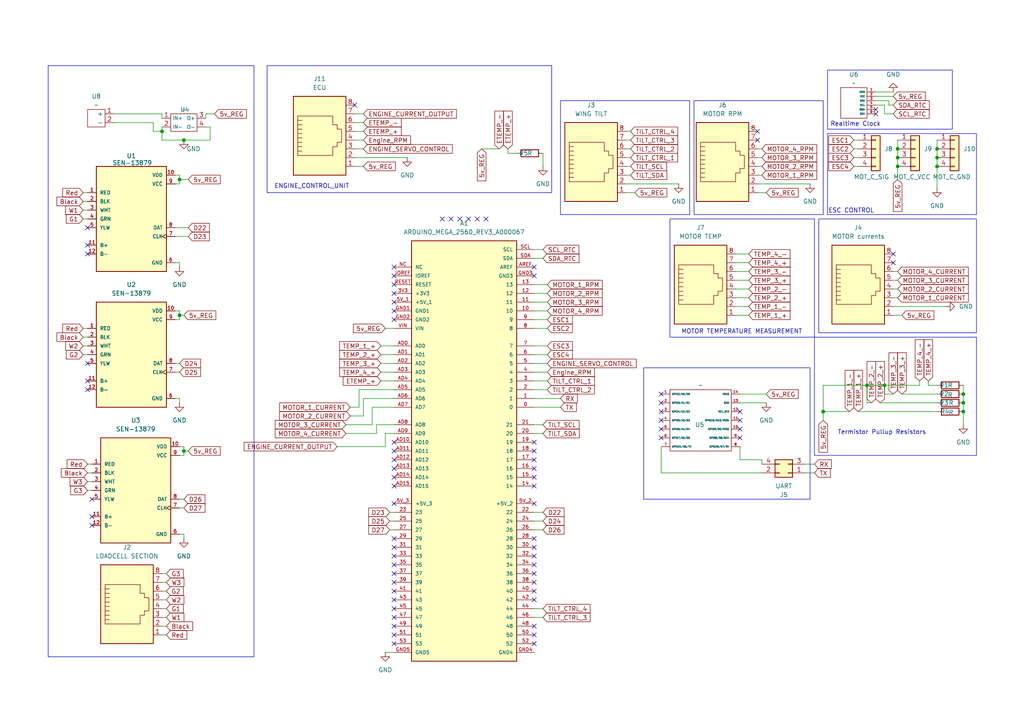
<source format=kicad_sch>
(kicad_sch (version 20250114) (generator "eeschema") (generator_version "9.0")
  (paper "A4")
  (lib_symbols
    (symbol "ARDUINO_MEGA_2560_REV3_A000067:ARDUINO_MEGA_2560_REV3_A000067" (pin_names (offset 1.016))
      (property "Reference" "A" (at -15.24 61.595 0))
      (property "Value" "ARDUINO_MEGA_2560_REV3_A000067" (at -15.24 -63.5 0))
      (symbol "ARDUINO_MEGA_2560_REV3_A000067_0_0"
        (pin passive line (at -20.32 53.34 0) (length 5.08) (name "NC") (number "NC"))
        (pin passive line (at -20.32 50.8 0) (length 5.08) (name "IOREF") (number "IOREF"))
        (pin passive line (at -20.32 48.26 0) (length 5.08) (name "RESET") (number "RESET"))
        (pin passive line (at -20.32 45.72 0) (length 5.08) (name "+3V3") (number "3V3"))
        (pin passive line (at -20.32 43.18 0) (length 5.08) (name "+5V_1") (number "5V_1"))
        (pin passive line (at -20.32 40.64 0) (length 5.08) (name "GND1") (number "GND1"))
        (pin passive line (at -20.32 38.1 0) (length 5.08) (name "GND2") (number "GND2"))
        (pin passive line (at -20.32 35.56 0) (length 5.08) (name "VIN") (number "VIN"))
        (pin passive line (at -20.32 30.48 0) (length 5.08) (name "AD0") (number "AD0"))
        (pin passive line (at -20.32 27.94 0) (length 5.08) (name "AD1") (number "AD1"))
        (pin passive line (at -20.32 25.4 0) (length 5.08) (name "AD2") (number "AD2"))
        (pin passive line (at -20.32 22.86 0) (length 5.08) (name "AD3") (number "AD3"))
        (pin passive line (at -20.32 20.32 0) (length 5.08) (name "AD4") (number "AD4"))
        (pin passive line (at -20.32 17.78 0) (length 5.08) (name "AD5") (number "AD5"))
        (pin passive line (at -20.32 15.24 0) (length 5.08) (name "AD6") (number "AD6"))
        (pin passive line (at -20.32 12.7 0) (length 5.08) (name "AD7") (number "AD7"))
        (pin passive line (at -20.32 7.62 0) (length 5.08) (name "AD8") (number "AD8"))
        (pin passive line (at -20.32 5.08 0) (length 5.08) (name "AD9") (number "AD9"))
        (pin passive line (at -20.32 2.54 0) (length 5.08) (name "AD10") (number "AD10"))
        (pin passive line (at -20.32 0 0) (length 5.08) (name "AD11") (number "AD11"))
        (pin passive line (at -20.32 -2.54 0) (length 5.08) (name "AD12") (number "AD12"))
        (pin passive line (at -20.32 -5.08 0) (length 5.08) (name "AD13") (number "AD13"))
        (pin passive line (at -20.32 -7.62 0) (length 5.08) (name "AD14") (number "AD14"))
        (pin passive line (at -20.32 -10.16 0) (length 5.08) (name "AD15") (number "AD15"))
        (pin passive line (at -20.32 -15.24 0) (length 5.08) (name "+5V_3") (number "5V_3"))
        (pin passive line (at -20.32 -17.78 0) (length 5.08) (name "23") (number "23"))
        (pin passive line (at -20.32 -20.32 0) (length 5.08) (name "25") (number "25"))
        (pin passive line (at -20.32 -22.86 0) (length 5.08) (name "27") (number "27"))
        (pin passive line (at -20.32 -25.4 0) (length 5.08) (name "29") (number "29"))
        (pin passive line (at -20.32 -27.94 0) (length 5.08) (name "31") (number "31"))
        (pin passive line (at -20.32 -30.48 0) (length 5.08) (name "33") (number "33"))
        (pin passive line (at -20.32 -33.02 0) (length 5.08) (name "35") (number "35"))
        (pin passive line (at -20.32 -35.56 0) (length 5.08) (name "37") (number "37"))
        (pin passive line (at -20.32 -38.1 0) (length 5.08) (name "39") (number "39"))
        (pin passive line (at -20.32 -40.64 0) (length 5.08) (name "41") (number "41"))
        (pin passive line (at -20.32 -43.18 0) (length 5.08) (name "43") (number "43"))
        (pin passive line (at -20.32 -45.72 0) (length 5.08) (name "45") (number "45"))
        (pin passive line (at -20.32 -48.26 0) (length 5.08) (name "47") (number "47"))
        (pin passive line (at -20.32 -50.8 0) (length 5.08) (name "49") (number "49"))
        (pin passive line (at -20.32 -53.34 0) (length 5.08) (name "51") (number "51"))
        (pin passive line (at -20.32 -55.88 0) (length 5.08) (name "53") (number "53"))
        (pin passive line (at -20.32 -58.42 0) (length 5.08) (name "GND5") (number "GND5"))
        (pin passive line (at 20.32 58.42 180) (length 5.08) (name "SCL") (number "SCL"))
        (pin passive line (at 20.32 55.88 180) (length 5.08) (name "SDA") (number "SDA"))
        (pin passive line (at 20.32 53.34 180) (length 5.08) (name "AREF") (number "AREF"))
        (pin passive line (at 20.32 50.8 180) (length 5.08) (name "GND3") (number "GND3"))
        (pin passive line (at 20.32 48.26 180) (length 5.08) (name "13") (number "13"))
        (pin passive line (at 20.32 45.72 180) (length 5.08) (name "12") (number "12"))
        (pin passive line (at 20.32 43.18 180) (length 5.08) (name "11") (number "11"))
        (pin passive line (at 20.32 40.64 180) (length 5.08) (name "10") (number "10"))
        (pin passive line (at 20.32 38.1 180) (length 5.08) (name "9") (number "9"))
        (pin passive line (at 20.32 35.56 180) (length 5.08) (name "8") (number "8"))
        (pin passive line (at 20.32 30.48 180) (length 5.08) (name "7") (number "7"))
        (pin passive line (at 20.32 27.94 180) (length 5.08) (name "6") (number "6"))
        (pin passive line (at 20.32 25.4 180) (length 5.08) (name "5") (number "5"))
        (pin passive line (at 20.32 22.86 180) (length 5.08) (name "4") (number "4"))
        (pin passive line (at 20.32 20.32 180) (length 5.08) (name "3") (number "3"))
        (pin passive line (at 20.32 17.78 180) (length 5.08) (name "2") (number "2"))
        (pin passive line (at 20.32 15.24 180) (length 5.08) (name "1") (number "1"))
        (pin passive line (at 20.32 12.7 180) (length 5.08) (name "0") (number "0"))
        (pin passive line (at 20.32 7.62 180) (length 5.08) (name "21") (number "21"))
        (pin passive line (at 20.32 5.08 180) (length 5.08) (name "20") (number "20"))
        (pin passive line (at 20.32 2.54 180) (length 5.08) (name "19") (number "19"))
        (pin passive line (at 20.32 0 180) (length 5.08) (name "18") (number "18"))
        (pin passive line (at 20.32 -2.54 180) (length 5.08) (name "17") (number "17"))
        (pin passive line (at 20.32 -5.08 180) (length 5.08) (name "16") (number "16"))
        (pin passive line (at 20.32 -7.62 180) (length 5.08) (name "15") (number "15"))
        (pin passive line (at 20.32 -10.16 180) (length 5.08) (name "14") (number "14"))
        (pin passive line (at 20.32 -15.24 180) (length 5.08) (name "+5V_2") (number "5V_2"))
        (pin passive line (at 20.32 -17.78 180) (length 5.08) (name "22") (number "22"))
        (pin passive line (at 20.32 -20.32 180) (length 5.08) (name "24") (number "24"))
        (pin passive line (at 20.32 -22.86 180) (length 5.08) (name "26") (number "26"))
        (pin passive line (at 20.32 -25.4 180) (length 5.08) (name "28") (number "28"))
        (pin passive line (at 20.32 -27.94 180) (length 5.08) (name "30") (number "30"))
        (pin passive line (at 20.32 -30.48 180) (length 5.08) (name "32") (number "32"))
        (pin passive line (at 20.32 -33.02 180) (length 5.08) (name "34") (number "34"))
        (pin passive line (at 20.32 -35.56 180) (length 5.08) (name "36") (number "36"))
        (pin passive line (at 20.32 -38.1 180) (length 5.08) (name "38") (number "38"))
        (pin passive line (at 20.32 -40.64 180) (length 5.08) (name "40") (number "40"))
        (pin passive line (at 20.32 -43.18 180) (length 5.08) (name "42") (number "42"))
        (pin passive line (at 20.32 -45.72 180) (length 5.08) (name "44") (number "44"))
        (pin passive line (at 20.32 -48.26 180) (length 5.08) (name "46") (number "46"))
        (pin passive line (at 20.32 -50.8 180) (length 5.08) (name "48") (number "48"))
        (pin passive line (at 20.32 -53.34 180) (length 5.08) (name "50") (number "50"))
        (pin passive line (at 20.32 -55.88 180) (length 5.08) (name "52") (number "52"))
        (pin passive line (at 20.32 -58.42 180) (length 5.08) (name "GND4") (number "GND4"))
      )
    )
    (symbol "Connector:RJ45" (pin_names (offset 1.016))
      (property "Reference" "J" (at -5.08 13.97 0))
      (property "Value" "RJ45" (at 2.54 13.97 0))
      (symbol "RJ45_1_1"
        (pin passive line (at 10.16 10.16 180) (length 2.54) (name "~") (number "8"))
        (pin passive line (at 10.16 7.62 180) (length 2.54) (name "~") (number "7"))
        (pin passive line (at 10.16 5.08 180) (length 2.54) (name "~") (number "6"))
        (pin passive line (at 10.16 2.54 180) (length 2.54) (name "~") (number "5"))
        (pin passive line (at 10.16 0 180) (length 2.54) (name "~") (number "4"))
        (pin passive line (at 10.16 -2.54 180) (length 2.54) (name "~") (number "3"))
        (pin passive line (at 10.16 -5.08 180) (length 2.54) (name "~") (number "2"))
        (pin passive line (at 10.16 -7.62 180) (length 2.54) (name "~") (number "1"))
      )
    )
    (symbol "Connector_Generic:Conn_01x04" (pin_names (offset 1.016) (hide yes))
      (property "Reference" "J" (at 0 5.08 0))
      (property "Value" "Conn_01x04" (at 0 -7.62 0))
      (symbol "Conn_01x04_1_1"
        (pin passive line (at -5.08 2.54 0) (length 3.81) (name "Pin_1") (number "1"))
        (pin passive line (at -5.08 0 0) (length 3.81) (name "Pin_2") (number "2"))
        (pin passive line (at -5.08 -2.54 0) (length 3.81) (name "Pin_3") (number "3"))
        (pin passive line (at -5.08 -5.08 0) (length 3.81) (name "Pin_4") (number "4"))
      )
    )
    (symbol "Connector_Generic:Conn_02x02_Odd_Even" (pin_names (offset 1.016) (hide yes))
      (property "Reference" "J" (at 1.27 2.54 0))
      (property "Value" "Conn_02x02_Odd_Even" (at 1.27 -5.08 0))
      (symbol "Conn_02x02_Odd_Even_1_1"
        (pin passive line (at -5.08 0 0) (length 3.81) (name "Pin_1") (number "1"))
        (pin passive line (at -5.08 -2.54 0) (length 3.81) (name "Pin_3") (number "3"))
        (pin passive line (at 7.62 0 180) (length 3.81) (name "Pin_2") (number "2"))
        (pin passive line (at 7.62 -2.54 180) (length 3.81) (name "Pin_4") (number "4"))
      )
    )
    (symbol "Device:R" (pin_numbers (hide yes)) (pin_names (offset 0))
      (property "Reference" "R" (at 2.032 0 90))
      (property "Value" "R" (at 0 0 90))
      (symbol "R_1_1"
        (pin passive line (at 0 3.81 270) (length 1.27) (name "~") (number "1"))
        (pin passive line (at 0 -3.81 90) (length 1.27) (name "~") (number "2"))
      )
    )
    (symbol "SEN-13879:SEN-13879" (pin_names (offset 1.016))
      (property "Reference" "U" (at -10.172 15.8938 0))
      (property "Value" "SEN-13879" (at -10.1639 -17.7868 0))
      (symbol "SEN-13879_0_0"
        (pin bidirectional line (at -12.7 7.62 0) (length 2.54) (name "RED") (number "1"))
        (pin bidirectional line (at -12.7 5.08 0) (length 2.54) (name "BLK") (number "2"))
        (pin input line (at -12.7 2.54 0) (length 2.54) (name "WHT") (number "3"))
        (pin input line (at -12.7 0 0) (length 2.54) (name "GRN") (number "4"))
        (pin bidirectional line (at -12.7 -2.54 0) (length 2.54) (name "YLW") (number "5"))
        (pin input line (at -12.7 -7.62 0) (length 2.54) (name "B+") (number "11"))
        (pin input line (at -12.7 -10.16 0) (length 2.54) (name "B-") (number "12"))
        (pin power_in line (at 12.7 12.7 180) (length 2.54) (name "VDD") (number "10"))
        (pin power_in line (at 12.7 10.16 180) (length 2.54) (name "VCC") (number "9"))
        (pin output line (at 12.7 -2.54 180) (length 2.54) (name "DAT") (number "8"))
        (pin input clock (at 12.7 -5.08 180) (length 2.54) (name "CLK") (number "7"))
        (pin power_in line (at 12.7 -12.7 180) (length 2.54) (name "GND") (number "6"))
      )
    )
    (symbol "iot_board:REAL_TIME_CLOCK"
      (property "Reference" "U" (at 0 0 0))
      (symbol "REAL_TIME_CLOCK_1_1"
        (pin input line (at 6.35 2.54 180) (length 2.54) (name "GND") (number "1"))
        (pin input line (at 6.35 1.27 180) (length 2.54) (name "VCC") (number "2"))
        (pin input line (at 6.35 0 180) (length 2.54) (name "SDA") (number "3"))
        (pin input line (at 6.35 -1.27 180) (length 2.54) (name "SCL") (number "4"))
        (pin input line (at 6.35 -2.54 180) (length 2.54) (name "SQW") (number "5"))
        (pin input line (at 6.35 -3.81 180) (length 2.54) (name "32K") (number "6"))
      )
    )
    (symbol "iot_board:XIAO-ESP32-C3-DIP"
      (property "Reference" "U" (at 0 0 0))
      (symbol "XIAO-ESP32-C3-DIP_1_1"
        (pin input line (at -11.43 8.89 0) (length 2.54) (name "GPIO2/A0/D0") (number "1"))
        (pin input line (at -11.43 6.35 0) (length 2.54) (name "GPIO3/A1/D1") (number "2"))
        (pin input line (at -11.43 3.81 0) (length 2.54) (name "GPIO4/A2/D2") (number "3"))
        (pin input line (at -11.43 1.27 0) (length 2.54) (name "GPIO5/A3/D3") (number "4"))
        (pin input line (at -11.43 -1.27 0) (length 2.54) (name "GPIO6/A4/D4") (number "5"))
        (pin input line (at -11.43 -3.81 0) (length 2.54) (name "GPIO7/A5/D5") (number "6"))
        (pin input line (at -11.43 -6.35 0) (length 2.54) (name "GPIO21/D6/TX") (number "7"))
        (pin input line (at 11.43 8.89 180) (length 2.54) (name "VBUS") (number "14"))
        (pin input line (at 11.43 6.35 180) (length 2.54) (name "GND") (number "13"))
        (pin input line (at 11.43 3.81 180) (length 2.54) (name "VCC_3V3") (number "12"))
        (pin input line (at 11.43 1.27 180) (length 2.54) (name "GPIO10/D10/MOSI") (number "11"))
        (pin input line (at 11.43 -1.27 180) (length 2.54) (name "GPIO9/D9/MISO") (number "10"))
        (pin input line (at 11.43 -3.81 180) (length 2.54) (name "GPIO8/D8/SCK") (number "9"))
        (pin input line (at 11.43 -6.35 180) (length 2.54) (name "GPIO20/D7/RX") (number "8"))
      )
    )
    (symbol "iot_board:XT60_PW-M"
      (property "Reference" "U" (at 0 0 0))
      (symbol "XT60_PW-M_1_1"
        (pin input line (at 5.08 1.27 180) (length 2.54) (name "+") (number "1"))
        (pin input line (at 5.08 -1.27 180) (length 2.54) (name "-") (number "2"))
      )
    )
    (symbol "iot_board:mini360"
      (property "Reference" "U" (at 0 0 0))
      (symbol "mini360_1_1"
        (pin input line (at -6.35 1.27 0) (length 2.54) (name "IN+") (number "1"))
        (pin input line (at -6.35 -1.27 0) (length 2.54) (name "IN-") (number "2"))
        (pin input line (at 6.35 1.27 180) (length 2.54) (name "O+") (number "3"))
        (pin input line (at 6.35 -1.27 180) (length 2.54) (name "O-") (number "4"))
      )
    )
    (symbol "power:GND" (power) (pin_numbers (hide yes)) (pin_names (offset 0) (hide yes))
      (property "Value" "GND" (at 0 -3.81 0))
      (symbol "GND_1_1"
        (pin power_in line (at 0 0 270) (length 0) (name "~") (number "1"))
      )
    )
  )
  (rectangle (start 237.49 63.5) (end 283.21 96.52))
  (rectangle (start 77.47 19.05) (end 160.02 55.88))
  (rectangle (start 186.69 106.68) (end 234.95 144.78))
  (rectangle (start 240.03 38.735) (end 283.21 62.23))
  (rectangle (start 236.22 97.79) (end 283.21 132.08))
  (rectangle (start 240.03 20.32) (end 276.225 37.465))
  (rectangle (start 13.97 19.05) (end 73.66 190.5))
  (rectangle (start 201.295 29.21) (end 238.76 62.23))
  (rectangle (start 162.56 29.21) (end 200.025 62.23))
  (rectangle (start 194.31 63.5) (end 236.22 97.79))
  (text "Termistor Pullup Resistors\n" (at 255.778 125.476 0) (effects (font (size 1.27 1.27))))
  (text "ENGINE_CONTROL_UNIT\n" (at 90.424 54.102 0) (effects (font (size 1.27 1.27))))
  (text "Realtime Clock\n" (at 248.158 36.068 0) (effects (font (size 1.27 1.27))))
  (text "MOTOR TEMPERATURE MEASUREMENT\n\n" (at 215.138 97.282 0) (effects (font (size 1.27 1.27))))
  (text "ESC CONTROL\n" (at 246.888 61.214 0) (effects (font (size 1.27 1.27))))
  (junction (at 279.4 114.3))
  (junction (at 260.35 43.18))
  (junction (at 46.99 38.1))
  (junction (at 251.46 111.76))
  (junction (at 279.4 116.84))
  (junction (at 271.78 48.26))
  (junction (at 271.78 45.72))
  (junction (at 271.78 43.18))
  (junction (at 260.35 48.26))
  (junction (at 279.4 119.38))
  (junction (at 52.07 52.07))
  (junction (at 260.35 45.72))
  (junction (at 256.54 111.76))
  (junction (at 238.76 119.38))
  (junction (at 53.34 130.81))
  (junction (at 53.34 40.64))
  (junction (at 52.07 91.44))
  (no_connect (at 154.94 138.43))
  (no_connect (at 114.3 140.97))
  (no_connect (at 114.3 85.09))
  (no_connect (at 135.89 63.5))
  (no_connect (at 154.94 181.61))
  (no_connect (at 191.77 124.46))
  (no_connect (at 25.4 110.49))
  (no_connect (at 191.77 127))
  (no_connect (at 154.94 128.27))
  (no_connect (at 154.94 130.81))
  (no_connect (at 254 33.02))
  (no_connect (at 191.77 119.38))
  (no_connect (at 114.3 146.05))
  (no_connect (at 114.3 133.35))
  (no_connect (at 114.3 186.69))
  (no_connect (at 214.63 121.92))
  (no_connect (at 259.08 73.66))
  (no_connect (at 154.94 158.75))
  (no_connect (at 154.94 186.69))
  (no_connect (at 25.4 71.12))
  (no_connect (at 154.94 80.01))
  (no_connect (at 219.71 40.64))
  (no_connect (at 25.4 73.66))
  (no_connect (at 114.3 171.45))
  (no_connect (at 25.4 66.04))
  (no_connect (at 114.3 138.43))
  (no_connect (at 26.67 144.78))
  (no_connect (at 114.3 156.21))
  (no_connect (at 133.35 63.5))
  (no_connect (at 102.87 30.48))
  (no_connect (at 154.94 166.37))
  (no_connect (at 154.94 135.89))
  (no_connect (at 114.3 80.01))
  (no_connect (at 154.94 146.05))
  (no_connect (at 214.63 119.38))
  (no_connect (at 214.63 124.46))
  (no_connect (at 254 31.75))
  (no_connect (at 154.94 77.47))
  (no_connect (at 259.08 76.2))
  (no_connect (at 154.94 140.97))
  (no_connect (at 140.97 63.5))
  (no_connect (at 26.67 149.86))
  (no_connect (at 114.3 158.75))
  (no_connect (at 114.3 92.71))
  (no_connect (at 114.3 166.37))
  (no_connect (at 25.4 113.03))
  (no_connect (at 154.94 161.29))
  (no_connect (at 154.94 163.83))
  (no_connect (at 154.94 184.15))
  (no_connect (at 154.94 133.35))
  (no_connect (at 154.94 173.99))
  (no_connect (at 154.94 168.91))
  (no_connect (at 25.4 105.41))
  (no_connect (at 191.77 121.92))
  (no_connect (at 114.3 135.89))
  (no_connect (at 114.3 77.47))
  (no_connect (at 114.3 130.81))
  (no_connect (at 191.77 116.84))
  (no_connect (at 214.63 127))
  (no_connect (at 114.3 176.53))
  (no_connect (at 114.3 90.17))
  (no_connect (at 154.94 171.45))
  (no_connect (at 114.3 173.99))
  (no_connect (at 138.43 63.5))
  (no_connect (at 219.71 38.1))
  (no_connect (at 114.3 128.27))
  (no_connect (at 114.3 82.55))
  (no_connect (at 114.3 179.07))
  (no_connect (at 130.81 63.5))
  (no_connect (at 114.3 163.83))
  (no_connect (at 128.27 63.5))
  (no_connect (at 114.3 87.63))
  (no_connect (at 114.3 181.61))
  (no_connect (at 114.3 161.29))
  (no_connect (at 114.3 168.91))
  (no_connect (at 114.3 184.15))
  (no_connect (at 154.94 156.21))
  (no_connect (at 26.67 152.4))
  (no_connect (at 191.77 114.3))
  (wire (pts (xy 181.61 53.34) (xy 196.85 53.34)))
  (wire (pts (xy 157.48 123.19) (xy 154.94 123.19)))
  (wire (pts (xy 158.75 82.55) (xy 154.94 82.55)))
  (wire (pts (xy 219.71 50.8) (xy 220.98 50.8)))
  (wire (pts (xy 113.03 151.13) (xy 114.3 151.13)))
  (wire (pts (xy 109.22 125.73) (xy 109.22 123.19)))
  (wire (pts (xy 247.65 40.64) (xy 248.92 40.64)))
  (wire (pts (xy 52.07 52.07) (xy 54.61 52.07)))
  (wire (pts (xy 181.61 55.88) (xy 184.15 55.88)))
  (wire (pts (xy 238.76 119.38) (xy 246.38 119.38)))
  (wire (pts (xy 53.34 130.81) (xy 54.61 130.81)))
  (wire (pts (xy 147.32 43.18) (xy 147.32 44.45)))
  (wire (pts (xy 181.61 38.1) (xy 182.88 38.1)))
  (wire (pts (xy 252.73 116.84) (xy 251.46 116.84)))
  (wire (pts (xy 259.08 30.48) (xy 257.81 30.48)))
  (wire (pts (xy 59.69 33.02) (xy 62.23 33.02)))
  (wire (pts (xy 157.48 125.73) (xy 154.94 125.73)))
  (wire (pts (xy 52.07 147.32) (xy 53.34 147.32)))
  (wire (pts (xy 260.35 40.64) (xy 260.35 43.18)))
  (wire (pts (xy 266.7 111.76) (xy 256.54 111.76)))
  (wire (pts (xy 256.54 114.3) (xy 256.54 111.76)))
  (wire (pts (xy 24.13 97.79) (xy 25.4 97.79)))
  (wire (pts (xy 219.71 53.34) (xy 234.95 53.34)))
  (wire (pts (xy 213.36 83.82) (xy 217.17 83.82)))
  (wire (pts (xy 259.08 91.44) (xy 261.62 91.44)))
  (wire (pts (xy 52.07 90.17) (xy 52.07 91.44)))
  (wire (pts (xy 52.07 52.07) (xy 52.07 50.8)))
  (wire (pts (xy 48.26 184.15) (xy 46.99 184.15)))
  (wire (pts (xy 158.75 102.87) (xy 154.94 102.87)))
  (wire (pts (xy 59.69 36.83) (xy 60.96 36.83)))
  (wire (pts (xy 50.8 115.57) (xy 52.07 115.57)))
  (wire (pts (xy 113.03 148.59) (xy 114.3 148.59)))
  (wire (pts (xy 33.02 33.02) (xy 46.99 33.02)))
  (wire (pts (xy 191.77 137.16) (xy 220.98 137.16)))
  (wire (pts (xy 46.99 33.02) (xy 46.99 34.29)))
  (wire (pts (xy 157.48 153.67) (xy 154.94 153.67)))
  (wire (pts (xy 48.26 176.53) (xy 46.99 176.53)))
  (wire (pts (xy 50.8 105.41) (xy 52.07 105.41)))
  (wire (pts (xy 247.65 48.26) (xy 248.92 48.26)))
  (wire (pts (xy 181.61 43.18) (xy 182.88 43.18)))
  (wire (pts (xy 97.79 129.54) (xy 111.76 129.54)))
  (wire (pts (xy 107.95 118.11) (xy 114.3 118.11)))
  (wire (pts (xy 107.95 123.19) (xy 107.95 118.11)))
  (wire (pts (xy 24.13 55.88) (xy 25.4 55.88)))
  (wire (pts (xy 111.76 125.73) (xy 114.3 125.73)))
  (wire (pts (xy 259.08 83.82) (xy 260.35 83.82)))
  (wire (pts (xy 238.76 119.38) (xy 238.76 121.92)))
  (wire (pts (xy 260.35 48.26) (xy 260.35 52.07)))
  (wire (pts (xy 158.75 95.25) (xy 154.94 95.25)))
  (wire (pts (xy 214.63 133.35) (xy 220.98 133.35)))
  (wire (pts (xy 157.48 151.13) (xy 154.94 151.13)))
  (wire (pts (xy 48.26 171.45) (xy 46.99 171.45)))
  (wire (pts (xy 104.14 118.11) (xy 104.14 113.03)))
  (wire (pts (xy 24.13 58.42) (xy 25.4 58.42)))
  (wire (pts (xy 259.08 33.02) (xy 256.54 33.02)))
  (wire (pts (xy 105.41 115.57) (xy 114.3 115.57)))
  (wire (pts (xy 46.99 38.1) (xy 46.99 40.64)))
  (wire (pts (xy 157.48 74.93) (xy 154.94 74.93)))
  (wire (pts (xy 24.13 60.96) (xy 25.4 60.96)))
  (wire (pts (xy 269.24 110.49) (xy 269.24 111.76)))
  (wire (pts (xy 44.45 35.56) (xy 44.45 38.1)))
  (wire (pts (xy 247.65 45.72) (xy 248.92 45.72)))
  (wire (pts (xy 251.46 111.76) (xy 238.76 111.76)))
  (wire (pts (xy 260.35 45.72) (xy 260.35 48.26)))
  (wire (pts (xy 102.87 33.02) (xy 105.41 33.02)))
  (wire (pts (xy 279.4 116.84) (xy 279.4 119.38)))
  (wire (pts (xy 214.63 133.35) (xy 214.63 129.54)))
  (wire (pts (xy 105.41 120.65) (xy 105.41 115.57)))
  (wire (pts (xy 100.33 123.19) (xy 107.95 123.19)))
  (wire (pts (xy 154.94 148.59) (xy 157.48 148.59)))
  (wire (pts (xy 219.71 48.26) (xy 220.98 48.26)))
  (wire (pts (xy 214.63 116.84) (xy 222.25 116.84)))
  (wire (pts (xy 158.75 110.49) (xy 154.94 110.49)))
  (wire (pts (xy 101.6 118.11) (xy 104.14 118.11)))
  (wire (pts (xy 147.32 44.45) (xy 149.86 44.45)))
  (wire (pts (xy 181.61 40.64) (xy 182.88 40.64)))
  (wire (pts (xy 113.03 153.67) (xy 114.3 153.67)))
  (wire (pts (xy 48.26 168.91) (xy 46.99 168.91)))
  (wire (pts (xy 271.78 45.72) (xy 271.78 48.26)))
  (wire (pts (xy 60.96 36.83) (xy 60.96 40.64)))
  (wire (pts (xy 52.07 154.94) (xy 53.34 154.94)))
  (wire (pts (xy 213.36 91.44) (xy 217.17 91.44)))
  (wire (pts (xy 158.75 92.71) (xy 154.94 92.71)))
  (wire (pts (xy 279.4 119.38) (xy 279.4 123.19)))
  (wire (pts (xy 261.62 114.3) (xy 271.78 114.3)))
  (wire (pts (xy 52.07 115.57) (xy 52.07 116.84)))
  (wire (pts (xy 238.76 111.76) (xy 238.76 119.38)))
  (wire (pts (xy 236.22 134.62) (xy 233.68 134.62)))
  (wire (pts (xy 102.87 35.56) (xy 105.41 35.56)))
  (wire (pts (xy 25.4 142.24) (xy 26.67 142.24)))
  (wire (pts (xy 181.61 50.8) (xy 182.88 50.8)))
  (wire (pts (xy 251.46 111.76) (xy 251.46 116.84)))
  (wire (pts (xy 213.36 81.28) (xy 217.17 81.28)))
  (wire (pts (xy 271.78 48.26) (xy 271.78 54.61)))
  (wire (pts (xy 53.34 132.08) (xy 52.07 132.08)))
  (wire (pts (xy 102.87 38.1) (xy 105.41 38.1)))
  (wire (pts (xy 52.07 53.34) (xy 52.07 52.07)))
  (wire (pts (xy 154.94 179.07) (xy 157.48 179.07)))
  (wire (pts (xy 53.34 130.81) (xy 53.34 132.08)))
  (wire (pts (xy 279.4 114.3) (xy 279.4 116.84)))
  (wire (pts (xy 214.63 114.3) (xy 222.25 114.3)))
  (wire (pts (xy 33.02 35.56) (xy 44.45 35.56)))
  (wire (pts (xy 110.49 105.41) (xy 114.3 105.41)))
  (wire (pts (xy 260.35 43.18) (xy 260.35 45.72)))
  (wire (pts (xy 213.36 76.2) (xy 217.17 76.2)))
  (wire (pts (xy 158.75 105.41) (xy 154.94 105.41)))
  (wire (pts (xy 247.65 43.18) (xy 248.92 43.18)))
  (wire (pts (xy 48.26 179.07) (xy 46.99 179.07)))
  (wire (pts (xy 259.08 88.9) (xy 274.32 88.9)))
  (wire (pts (xy 158.75 107.95) (xy 154.94 107.95)))
  (wire (pts (xy 46.99 40.64) (xy 53.34 40.64)))
  (wire (pts (xy 102.87 40.64) (xy 105.41 40.64)))
  (wire (pts (xy 53.34 129.54) (xy 52.07 129.54)))
  (wire (pts (xy 236.22 137.16) (xy 233.68 137.16)))
  (wire (pts (xy 219.71 55.88) (xy 222.25 55.88)))
  (wire (pts (xy 256.54 111.76) (xy 251.46 111.76)))
  (wire (pts (xy 110.49 110.49) (xy 114.3 110.49)))
  (wire (pts (xy 101.6 120.65) (xy 105.41 120.65)))
  (wire (pts (xy 52.07 90.17) (xy 50.8 90.17)))
  (wire (pts (xy 24.13 100.33) (xy 25.4 100.33)))
  (wire (pts (xy 219.71 43.18) (xy 220.98 43.18)))
  (wire (pts (xy 102.87 48.26) (xy 105.41 48.26)))
  (wire (pts (xy 269.24 111.76) (xy 271.78 111.76)))
  (wire (pts (xy 111.76 129.54) (xy 111.76 125.73)))
  (wire (pts (xy 271.78 40.64) (xy 271.78 43.18)))
  (wire (pts (xy 157.48 72.39) (xy 154.94 72.39)))
  (wire (pts (xy 52.07 50.8) (xy 50.8 50.8)))
  (wire (pts (xy 220.98 133.35) (xy 220.98 134.62)))
  (wire (pts (xy 254 27.94) (xy 259.08 27.94)))
  (wire (pts (xy 53.34 129.54) (xy 53.34 130.81)))
  (wire (pts (xy 100.33 125.73) (xy 109.22 125.73)))
  (wire (pts (xy 181.61 48.26) (xy 182.88 48.26)))
  (wire (pts (xy 259.08 81.28) (xy 260.35 81.28)))
  (wire (pts (xy 158.75 85.09) (xy 154.94 85.09)))
  (wire (pts (xy 111.76 95.25) (xy 114.3 95.25)))
  (wire (pts (xy 154.94 176.53) (xy 157.48 176.53)))
  (wire (pts (xy 271.78 43.18) (xy 271.78 45.72)))
  (wire (pts (xy 52.07 91.44) (xy 53.34 91.44)))
  (wire (pts (xy 110.49 102.87) (xy 114.3 102.87)))
  (wire (pts (xy 50.8 76.2) (xy 52.07 76.2)))
  (wire (pts (xy 50.8 53.34) (xy 52.07 53.34)))
  (wire (pts (xy 46.99 36.83) (xy 46.99 38.1)))
  (wire (pts (xy 110.49 107.95) (xy 114.3 107.95)))
  (wire (pts (xy 102.87 43.18) (xy 105.41 43.18)))
  (wire (pts (xy 104.14 113.03) (xy 114.3 113.03)))
  (wire (pts (xy 158.75 87.63) (xy 154.94 87.63)))
  (wire (pts (xy 279.4 111.76) (xy 279.4 114.3)))
  (wire (pts (xy 24.13 63.5) (xy 25.4 63.5)))
  (wire (pts (xy 213.36 86.36) (xy 217.17 86.36)))
  (wire (pts (xy 109.22 123.19) (xy 114.3 123.19)))
  (wire (pts (xy 102.87 45.72) (xy 118.11 45.72)))
  (wire (pts (xy 50.8 66.04) (xy 54.61 66.04)))
  (wire (pts (xy 44.45 38.1) (xy 46.99 38.1)))
  (wire (pts (xy 60.96 40.64) (xy 53.34 40.64)))
  (wire (pts (xy 266.7 110.49) (xy 266.7 111.76)))
  (wire (pts (xy 259.08 86.36) (xy 260.35 86.36)))
  (wire (pts (xy 25.4 139.7) (xy 26.67 139.7)))
  (wire (pts (xy 24.13 102.87) (xy 25.4 102.87)))
  (wire (pts (xy 257.81 29.21) (xy 254 29.21)))
  (wire (pts (xy 255.27 116.84) (xy 271.78 116.84)))
  (wire (pts (xy 52.07 92.71) (xy 50.8 92.71)))
  (wire (pts (xy 25.4 137.16) (xy 26.67 137.16)))
  (wire (pts (xy 256.54 30.48) (xy 254 30.48)))
  (wire (pts (xy 48.26 173.99) (xy 46.99 173.99)))
  (wire (pts (xy 259.08 114.3) (xy 256.54 114.3)))
  (wire (pts (xy 59.69 33.02) (xy 59.69 34.29)))
  (wire (pts (xy 52.07 144.78) (xy 53.34 144.78)))
  (wire (pts (xy 219.71 45.72) (xy 220.98 45.72)))
  (wire (pts (xy 181.61 45.72) (xy 182.88 45.72)))
  (wire (pts (xy 154.94 118.11) (xy 162.56 118.11)))
  (wire (pts (xy 111.76 189.23) (xy 114.3 189.23)))
  (wire (pts (xy 158.75 113.03) (xy 154.94 113.03)))
  (wire (pts (xy 256.54 33.02) (xy 256.54 30.48)))
  (wire (pts (xy 248.92 119.38) (xy 271.78 119.38)))
  (wire (pts (xy 52.07 91.44) (xy 52.07 92.71)))
  (wire (pts (xy 158.75 90.17) (xy 154.94 90.17)))
  (wire (pts (xy 259.08 78.74) (xy 260.35 78.74)))
  (wire (pts (xy 48.26 181.61) (xy 46.99 181.61)))
  (wire (pts (xy 50.8 107.95) (xy 52.07 107.95)))
  (wire (pts (xy 158.75 100.33) (xy 154.94 100.33)))
  (wire (pts (xy 50.8 68.58) (xy 54.61 68.58)))
  (wire (pts (xy 213.36 73.66) (xy 217.17 73.66)))
  (wire (pts (xy 52.07 76.2) (xy 52.07 77.47)))
  (wire (pts (xy 254 26.67) (xy 259.08 26.67)))
  (wire (pts (xy 139.7 43.18) (xy 144.78 43.18)))
  (wire (pts (xy 24.13 95.25) (xy 25.4 95.25)))
  (wire (pts (xy 48.26 166.37) (xy 46.99 166.37)))
  (wire (pts (xy 25.4 134.62) (xy 26.67 134.62)))
  (wire (pts (xy 157.48 44.45) (xy 157.48 48.26)))
  (wire (pts (xy 213.36 78.74) (xy 217.17 78.74)))
  (wire (pts (xy 53.34 154.94) (xy 53.34 156.21)))
  (wire (pts (xy 110.49 100.33) (xy 114.3 100.33)))
  (wire (pts (xy 154.94 115.57) (xy 162.56 115.57)))
  (wire (pts (xy 191.77 129.54) (xy 191.77 137.16)))
  (wire (pts (xy 257.81 30.48) (xy 257.81 29.21)))
  (wire (pts (xy 213.36 88.9) (xy 217.17 88.9)))
  (global_label "TEMP_4_+" (shape input) (at 110.49 107.95 180) (property "Intersheetrefs" "${INTERSHEET_REFS}" (effects (hide yes))))
  (global_label "ESC2" (shape input) (at 247.65 43.18 180) (property "Intersheetrefs" "${INTERSHEET_REFS}" (effects (hide yes))))
  (global_label "TILT_CTRL_3" (shape input) (at 182.88 40.64 0) (property "Intersheetrefs" "${INTERSHEET_REFS}" (effects (hide yes))))
  (global_label "TEMP_1_-" (shape input) (at 246.38 119.38 90) (property "Intersheetrefs" "${INTERSHEET_REFS}" (effects (hide yes))))
  (global_label "TILT_SDA" (shape input) (at 157.48 125.73 0) (property "Intersheetrefs" "${INTERSHEET_REFS}" (effects (hide yes))))
  (global_label "TEMP_3_-" (shape input) (at 259.08 114.3 90) (property "Intersheetrefs" "${INTERSHEET_REFS}" (effects (hide yes))))
  (global_label "TEMP_4_-" (shape input) (at 217.17 73.66 0) (property "Intersheetrefs" "${INTERSHEET_REFS}" (effects (hide yes))))
  (global_label "TILT_CTRL_3" (shape input) (at 157.48 179.07 0) (property "Intersheetrefs" "${INTERSHEET_REFS}" (effects (hide yes))))
  (global_label "5v_REG" (shape input) (at 54.61 130.81 0) (property "Intersheetrefs" "${INTERSHEET_REFS}" (effects (hide yes))))
  (global_label "Red" (shape input) (at 48.26 184.15 0) (property "Intersheetrefs" "${INTERSHEET_REFS}" (effects (hide yes))))
  (global_label "ESC2" (shape input) (at 158.75 95.25 0) (property "Intersheetrefs" "${INTERSHEET_REFS}" (effects (hide yes))))
  (global_label "D22" (shape input) (at 54.61 66.04 0) (property "Intersheetrefs" "${INTERSHEET_REFS}" (effects (hide yes))))
  (global_label "TEMP_3_+" (shape input) (at 110.49 105.41 180) (property "Intersheetrefs" "${INTERSHEET_REFS}" (effects (hide yes))))
  (global_label "5v_REG" (shape input) (at 260.35 52.07 270) (property "Intersheetrefs" "${INTERSHEET_REFS}" (effects (hide yes))))
  (global_label "D25" (shape input) (at 52.07 107.95 0) (property "Intersheetrefs" "${INTERSHEET_REFS}" (effects (hide yes))))
  (global_label "W2" (shape input) (at 48.26 173.99 0) (property "Intersheetrefs" "${INTERSHEET_REFS}" (effects (hide yes))))
  (global_label "Black" (shape input) (at 24.13 58.42 180) (property "Intersheetrefs" "${INTERSHEET_REFS}" (effects (hide yes))))
  (global_label "Red" (shape input) (at 24.13 95.25 180) (property "Intersheetrefs" "${INTERSHEET_REFS}" (effects (hide yes))))
  (global_label "5v_REG" (shape input) (at 184.15 55.88 0) (property "Intersheetrefs" "${INTERSHEET_REFS}" (effects (hide yes))))
  (global_label "ESC1" (shape input) (at 247.65 40.64 180) (property "Intersheetrefs" "${INTERSHEET_REFS}" (effects (hide yes))))
  (global_label "ETEMP_-" (shape input) (at 144.78 43.18 90) (property "Intersheetrefs" "${INTERSHEET_REFS}" (effects (hide yes))))
  (global_label "5v_REG" (shape input) (at 238.76 121.92 270) (property "Intersheetrefs" "${INTERSHEET_REFS}" (effects (hide yes))))
  (global_label "TEMP_2_-" (shape input) (at 217.17 83.82 0) (property "Intersheetrefs" "${INTERSHEET_REFS}" (effects (hide yes))))
  (global_label "5v_REG" (shape input) (at 105.41 48.26 0) (property "Intersheetrefs" "${INTERSHEET_REFS}" (effects (hide yes))))
  (global_label "Red" (shape input) (at 25.4 134.62 180) (property "Intersheetrefs" "${INTERSHEET_REFS}" (effects (hide yes))))
  (global_label "TEMP_2_+" (shape input) (at 255.27 116.84 90) (property "Intersheetrefs" "${INTERSHEET_REFS}" (effects (hide yes))))
  (global_label "MOTOR_4_CURRENT" (shape input) (at 100.33 125.73 180) (property "Intersheetrefs" "${INTERSHEET_REFS}" (effects (hide yes))))
  (global_label "W1" (shape input) (at 24.13 60.96 180) (property "Intersheetrefs" "${INTERSHEET_REFS}" (effects (hide yes))))
  (global_label "Black" (shape input) (at 48.26 181.61 0) (property "Intersheetrefs" "${INTERSHEET_REFS}" (effects (hide yes))))
  (global_label "SDA_RTC" (shape input) (at 259.08 30.48 0) (property "Intersheetrefs" "${INTERSHEET_REFS}" (effects (hide yes))))
  (global_label "MOTOR_4_RPM" (shape input) (at 158.75 90.17 0) (property "Intersheetrefs" "${INTERSHEET_REFS}" (effects (hide yes))))
  (global_label "ETEMP_+" (shape input) (at 105.41 38.1 0) (property "Intersheetrefs" "${INTERSHEET_REFS}" (effects (hide yes))))
  (global_label "5v_REG" (shape input) (at 111.76 95.25 180) (property "Intersheetrefs" "${INTERSHEET_REFS}" (effects (hide yes))))
  (global_label "5v_REG" (shape input) (at 62.23 33.02 0) (property "Intersheetrefs" "${INTERSHEET_REFS}" (effects (hide yes))))
  (global_label "TX" (shape input) (at 236.22 137.16 0) (property "Intersheetrefs" "${INTERSHEET_REFS}" (effects (hide yes))))
  (global_label "TILT_CTRL_1" (shape input) (at 182.88 45.72 0) (property "Intersheetrefs" "${INTERSHEET_REFS}" (effects (hide yes))))
  (global_label "G3" (shape input) (at 25.4 142.24 180) (property "Intersheetrefs" "${INTERSHEET_REFS}" (effects (hide yes))))
  (global_label "TEMP_3_-" (shape input) (at 217.17 78.74 0) (property "Intersheetrefs" "${INTERSHEET_REFS}" (effects (hide yes))))
  (global_label "Black" (shape input) (at 24.13 97.79 180) (property "Intersheetrefs" "${INTERSHEET_REFS}" (effects (hide yes))))
  (global_label "MOTOR_1_CURRENT" (shape input) (at 260.35 86.36 0) (property "Intersheetrefs" "${INTERSHEET_REFS}" (effects (hide yes))))
  (global_label "G1" (shape input) (at 48.26 176.53 0) (property "Intersheetrefs" "${INTERSHEET_REFS}" (effects (hide yes))))
  (global_label "ESC4" (shape input) (at 247.65 48.26 180) (property "Intersheetrefs" "${INTERSHEET_REFS}" (effects (hide yes))))
  (global_label "TILT_CTRL_4" (shape input) (at 157.48 176.53 0) (property "Intersheetrefs" "${INTERSHEET_REFS}" (effects (hide yes))))
  (global_label "ENGINE_SERVO_CONTROL" (shape input) (at 105.41 43.18 0) (property "Intersheetrefs" "${INTERSHEET_REFS}" (effects (hide yes))))
  (global_label "D22" (shape input) (at 157.48 148.59 0) (property "Intersheetrefs" "${INTERSHEET_REFS}" (effects (hide yes))))
  (global_label "5v_REG" (shape input) (at 261.62 91.44 0) (property "Intersheetrefs" "${INTERSHEET_REFS}" (effects (hide yes))))
  (global_label "TEMP_2_+" (shape input) (at 217.17 86.36 0) (property "Intersheetrefs" "${INTERSHEET_REFS}" (effects (hide yes))))
  (global_label "SDA_RTC" (shape input) (at 157.48 74.93 0) (property "Intersheetrefs" "${INTERSHEET_REFS}" (effects (hide yes))))
  (global_label "ETEMP_+" (shape input) (at 110.49 110.49 180) (property "Intersheetrefs" "${INTERSHEET_REFS}" (effects (hide yes))))
  (global_label "MOTOR_1_RPM" (shape input) (at 220.98 50.8 0) (property "Intersheetrefs" "${INTERSHEET_REFS}" (effects (hide yes))))
  (global_label "ESC3" (shape input) (at 247.65 45.72 180) (property "Intersheetrefs" "${INTERSHEET_REFS}" (effects (hide yes))))
  (global_label "ESC4" (shape input) (at 158.75 102.87 0) (property "Intersheetrefs" "${INTERSHEET_REFS}" (effects (hide yes))))
  (global_label "W3" (shape input) (at 48.26 168.91 0) (property "Intersheetrefs" "${INTERSHEET_REFS}" (effects (hide yes))))
  (global_label "5v_REG" (shape input) (at 259.08 27.94 0) (property "Intersheetrefs" "${INTERSHEET_REFS}" (effects (hide yes))))
  (global_label "5v_REG" (shape input) (at 222.25 55.88 0) (property "Intersheetrefs" "${INTERSHEET_REFS}" (effects (hide yes))))
  (global_label "Red" (shape input) (at 24.13 55.88 180) (property "Intersheetrefs" "${INTERSHEET_REFS}" (effects (hide yes))))
  (global_label "TILT_SCL" (shape input) (at 182.88 48.26 0) (property "Intersheetrefs" "${INTERSHEET_REFS}" (effects (hide yes))))
  (global_label "5v_REG" (shape input) (at 139.7 43.18 270) (property "Intersheetrefs" "${INTERSHEET_REFS}" (effects (hide yes))))
  (global_label "ESC3" (shape input) (at 158.75 100.33 0) (property "Intersheetrefs" "${INTERSHEET_REFS}" (effects (hide yes))))
  (global_label "D26" (shape input) (at 53.34 144.78 0) (property "Intersheetrefs" "${INTERSHEET_REFS}" (effects (hide yes))))
  (global_label "W3" (shape input) (at 25.4 139.7 180) (property "Intersheetrefs" "${INTERSHEET_REFS}" (effects (hide yes))))
  (global_label "TILT_CTRL_4" (shape input) (at 182.88 38.1 0) (property "Intersheetrefs" "${INTERSHEET_REFS}" (effects (hide yes))))
  (global_label "W2" (shape input) (at 24.13 100.33 180) (property "Intersheetrefs" "${INTERSHEET_REFS}" (effects (hide yes))))
  (global_label "TEMP_1_+" (shape input) (at 217.17 91.44 0) (property "Intersheetrefs" "${INTERSHEET_REFS}" (effects (hide yes))))
  (global_label "Black" (shape input) (at 25.4 137.16 180) (property "Intersheetrefs" "${INTERSHEET_REFS}" (effects (hide yes))))
  (global_label "TEMP_3_+" (shape input) (at 261.62 114.3 90) (property "Intersheetrefs" "${INTERSHEET_REFS}" (effects (hide yes))))
  (global_label "MOTOR_2_RPM" (shape input) (at 158.75 85.09 0) (property "Intersheetrefs" "${INTERSHEET_REFS}" (effects (hide yes))))
  (global_label "RX" (shape input) (at 236.22 134.62 0) (property "Intersheetrefs" "${INTERSHEET_REFS}" (effects (hide yes))))
  (global_label "SCL_RTC" (shape input) (at 157.48 72.39 0) (property "Intersheetrefs" "${INTERSHEET_REFS}" (effects (hide yes))))
  (global_label "TILT_SDA" (shape input) (at 182.88 50.8 0) (property "Intersheetrefs" "${INTERSHEET_REFS}" (effects (hide yes))))
  (global_label "MOTOR_2_CURRENT" (shape input) (at 260.35 83.82 0) (property "Intersheetrefs" "${INTERSHEET_REFS}" (effects (hide yes))))
  (global_label "G3" (shape input) (at 48.26 166.37 0) (property "Intersheetrefs" "${INTERSHEET_REFS}" (effects (hide yes))))
  (global_label "5v_REG" (shape input) (at 53.34 91.44 0) (property "Intersheetrefs" "${INTERSHEET_REFS}" (effects (hide yes))))
  (global_label "ETEMP_-" (shape input) (at 105.41 35.56 0) (property "Intersheetrefs" "${INTERSHEET_REFS}" (effects (hide yes))))
  (global_label "ESC1" (shape input) (at 158.75 92.71 0) (property "Intersheetrefs" "${INTERSHEET_REFS}" (effects (hide yes))))
  (global_label "D23" (shape input) (at 113.03 148.59 180) (property "Intersheetrefs" "${INTERSHEET_REFS}" (effects (hide yes))))
  (global_label "G2" (shape input) (at 48.26 171.45 0) (property "Intersheetrefs" "${INTERSHEET_REFS}" (effects (hide yes))))
  (global_label "MOTOR_3_RPM" (shape input) (at 158.75 87.63 0) (property "Intersheetrefs" "${INTERSHEET_REFS}" (effects (hide yes))))
  (global_label "G2" (shape input) (at 24.13 102.87 180) (property "Intersheetrefs" "${INTERSHEET_REFS}" (effects (hide yes))))
  (global_label "TEMP_1_+" (shape input) (at 248.92 119.38 90) (property "Intersheetrefs" "${INTERSHEET_REFS}" (effects (hide yes))))
  (global_label "D27" (shape input) (at 53.34 147.32 0) (property "Intersheetrefs" "${INTERSHEET_REFS}" (effects (hide yes))))
  (global_label "MOTOR_4_CURRENT" (shape input) (at 260.35 78.74 0) (property "Intersheetrefs" "${INTERSHEET_REFS}" (effects (hide yes))))
  (global_label "5v_REG" (shape input) (at 222.25 114.3 0) (property "Intersheetrefs" "${INTERSHEET_REFS}" (effects (hide yes))))
  (global_label "D27" (shape input) (at 113.03 153.67 180) (property "Intersheetrefs" "${INTERSHEET_REFS}" (effects (hide yes))))
  (global_label "MOTOR_3_CURRENT" (shape input) (at 100.33 123.19 180) (property "Intersheetrefs" "${INTERSHEET_REFS}" (effects (hide yes))))
  (global_label "MOTOR_1_RPM" (shape input) (at 158.75 82.55 0) (property "Intersheetrefs" "${INTERSHEET_REFS}" (effects (hide yes))))
  (global_label "5v_REG" (shape input) (at 54.61 52.07 0) (property "Intersheetrefs" "${INTERSHEET_REFS}" (effects (hide yes))))
  (global_label "ENGINE_CURRENT_OUTPUT" (shape input) (at 97.79 129.54 180) (property "Intersheetrefs" "${INTERSHEET_REFS}" (effects (hide yes))))
  (global_label "TEMP_4_+" (shape input) (at 269.24 110.49 90) (property "Intersheetrefs" "${INTERSHEET_REFS}" (effects (hide yes))))
  (global_label "TILT_CTRL_2" (shape input) (at 158.75 113.03 0) (property "Intersheetrefs" "${INTERSHEET_REFS}" (effects (hide yes))))
  (global_label "D24" (shape input) (at 157.48 151.13 0) (property "Intersheetrefs" "${INTERSHEET_REFS}" (effects (hide yes))))
  (global_label "MOTOR_4_RPM" (shape input) (at 220.98 43.18 0) (property "Intersheetrefs" "${INTERSHEET_REFS}" (effects (hide yes))))
  (global_label "MOTOR_2_CURRENT" (shape input) (at 101.6 120.65 180) (property "Intersheetrefs" "${INTERSHEET_REFS}" (effects (hide yes))))
  (global_label "TX" (shape input) (at 162.56 118.11 0) (property "Intersheetrefs" "${INTERSHEET_REFS}" (effects (hide yes))))
  (global_label "ENGINE_SERVO_CONTROL" (shape input) (at 158.75 105.41 0) (property "Intersheetrefs" "${INTERSHEET_REFS}" (effects (hide yes))))
  (global_label "MOTOR_3_CURRENT" (shape input) (at 260.35 81.28 0) (property "Intersheetrefs" "${INTERSHEET_REFS}" (effects (hide yes))))
  (global_label "ETEMP_+" (shape input) (at 147.32 43.18 90) (property "Intersheetrefs" "${INTERSHEET_REFS}" (effects (hide yes))))
  (global_label "D25" (shape input) (at 113.03 151.13 180) (property "Intersheetrefs" "${INTERSHEET_REFS}" (effects (hide yes))))
  (global_label "TEMP_1_-" (shape input) (at 217.17 88.9 0) (property "Intersheetrefs" "${INTERSHEET_REFS}" (effects (hide yes))))
  (global_label "MOTOR_2_RPM" (shape input) (at 220.98 48.26 0) (property "Intersheetrefs" "${INTERSHEET_REFS}" (effects (hide yes))))
  (global_label "MOTOR_1_CURRENT" (shape input) (at 101.6 118.11 180) (property "Intersheetrefs" "${INTERSHEET_REFS}" (effects (hide yes))))
  (global_label "TEMP_2_+" (shape input) (at 110.49 102.87 180) (property "Intersheetrefs" "${INTERSHEET_REFS}" (effects (hide yes))))
  (global_label "MOTOR_3_RPM" (shape input) (at 220.98 45.72 0) (property "Intersheetrefs" "${INTERSHEET_REFS}" (effects (hide yes))))
  (global_label "D26" (shape input) (at 157.48 153.67 0) (property "Intersheetrefs" "${INTERSHEET_REFS}" (effects (hide yes))))
  (global_label "TEMP_2_-" (shape input) (at 252.73 116.84 90) (property "Intersheetrefs" "${INTERSHEET_REFS}" (effects (hide yes))))
  (global_label "TILT_SCL" (shape input) (at 157.48 123.19 0) (property "Intersheetrefs" "${INTERSHEET_REFS}" (effects (hide yes))))
  (global_label "ENGINE_CURRENT_OUTPUT" (shape input) (at 105.41 33.02 0) (property "Intersheetrefs" "${INTERSHEET_REFS}" (effects (hide yes))))
  (global_label "TEMP_1_+" (shape input) (at 110.49 100.33 180) (property "Intersheetrefs" "${INTERSHEET_REFS}" (effects (hide yes))))
  (global_label "RX" (shape input) (at 162.56 115.57 0) (property "Intersheetrefs" "${INTERSHEET_REFS}" (effects (hide yes))))
  (global_label "TILT_CTRL_2" (shape input) (at 182.88 43.18 0) (property "Intersheetrefs" "${INTERSHEET_REFS}" (effects (hide yes))))
  (global_label "W1" (shape input) (at 48.26 179.07 0) (property "Intersheetrefs" "${INTERSHEET_REFS}" (effects (hide yes))))
  (global_label "Engine_RPM" (shape input) (at 158.75 107.95 0) (property "Intersheetrefs" "${INTERSHEET_REFS}" (effects (hide yes))))
  (global_label "TEMP_3_+" (shape input) (at 217.17 81.28 0) (property "Intersheetrefs" "${INTERSHEET_REFS}" (effects (hide yes))))
  (global_label "Engine_RPM" (shape input) (at 105.41 40.64 0) (property "Intersheetrefs" "${INTERSHEET_REFS}" (effects (hide yes))))
  (global_label "G1" (shape input) (at 24.13 63.5 180) (property "Intersheetrefs" "${INTERSHEET_REFS}" (effects (hide yes))))
  (global_label "TEMP_4_-" (shape input) (at 266.7 110.49 90) (property "Intersheetrefs" "${INTERSHEET_REFS}" (effects (hide yes))))
  (global_label "SCL_RTC" (shape input) (at 259.08 33.02 0) (property "Intersheetrefs" "${INTERSHEET_REFS}" (effects (hide yes))))
  (global_label "D23" (shape input) (at 54.61 68.58 0) (property "Intersheetrefs" "${INTERSHEET_REFS}" (effects (hide yes))))
  (global_label "TEMP_4_+" (shape input) (at 217.17 76.2 0) (property "Intersheetrefs" "${INTERSHEET_REFS}" (effects (hide yes))))
  (global_label "D24" (shape input) (at 52.07 105.41 0) (property "Intersheetrefs" "${INTERSHEET_REFS}" (effects (hide yes))))
  (global_label "TILT_CTRL_1" (shape input) (at 158.75 110.49 0) (property "Intersheetrefs" "${INTERSHEET_REFS}" (effects (hide yes))))
  (symbol (lib_id "power:GND") (at 118.11 45.72 0) (unit 1)
    (property "Reference" "#PWR014" (effects (hide yes)))
    (property "Value" "GND" (at 118.11 50.8 0))
    (property "Description" "Power symbol creates a global label with name \"GND\" , ground" (effects (hide yes)))
  )
  (symbol (lib_id "Connector:RJ45") (at 171.45 48.26 0) (unit 1)
    (property "Reference" "J3" (at 171.45 30.48 0))
    (property "Value" "WING TILT" (at 171.45 33.02 0))
    (property "Footprint" "Connector_RJ:RJ45_Amphenol_54602-x08_Horizontal" (effects (hide yes)))
    (property "Description" "RJ connector, 8P8C (8 positions 8 connected)" (effects (hide yes)))
  )
  (symbol (lib_id "Connector_Generic:Conn_01x04") (at 276.86 43.18 0) (unit 1)
    (property "Reference" "J10" (at 279.4 43.1799 0) (effects (justify left)))
    (property "Value" "MOT_C_GND" (at 270.51 51.308 0) (effects (justify left)))
    (property "Footprint" "Connector_PinHeader_2.54mm:PinHeader_1x04_P2.54mm_Vertical" (effects (hide yes)))
    (property "Description" "Generic connector, single row, 01x04, script generated (kicad-library-utils/schlib/autogen/connector/)" (effects (hide yes)))
  )
  (symbol (lib_id "power:GND") (at 222.25 116.84 0) (unit 1)
    (property "Reference" "#PWR010" (effects (hide yes)))
    (property "Value" "GND" (at 222.25 121.92 0))
    (property "Description" "Power symbol creates a global label with name \"GND\" , ground" (effects (hide yes)))
  )
  (symbol (lib_id "Device:R") (at 153.67 44.45 90) (unit 1)
    (property "Reference" "R5" (at 151.892 44.45 90))
    (property "Value" "R" (at 153.67 44.45 90))
    (property "Footprint" "Resistor_THT:R_Axial_DIN0207_L6.3mm_D2.5mm_P7.62mm_Horizontal" (effects (hide yes)))
    (property "Description" "Resistor" (effects (hide yes)))
  )
  (symbol (lib_id "power:GND") (at 53.34 40.64 0) (unit 1)
    (property "Reference" "#PWR04" (effects (hide yes)))
    (property "Value" "GND" (at 56.134 43.18 0))
    (property "Description" "Power symbol creates a global label with name \"GND\" , ground" (effects (hide yes)))
  )
  (symbol (lib_id "power:GND") (at 52.07 77.47 0) (unit 1)
    (property "Reference" "#PWR01" (effects (hide yes)))
    (property "Value" "GND" (at 52.07 82.55 0))
    (property "Description" "Power symbol creates a global label with name \"GND\" , ground" (effects (hide yes)))
  )
  (symbol (lib_id "SEN-13879:SEN-13879") (at 38.1 63.5 0) (unit 1)
    (property "Reference" "U1" (at 38.1 45.212 0))
    (property "Value" "SEN-13879" (at 38.354 47.244 0))
    (property "Footprint" "SEN-13879:SPARKFUN_SEN-13879" (effects (hide yes)))
    (property "MF" "SparkFun" (effects (hide yes)))
    (property "Description_1" "External Input Sensor Amplifier -" (effects (hide yes)))
    (property "Package" "None" (effects (hide yes)))
    (property "Price" "None" (effects (hide yes)))
    (property "Check_prices" "https://www.snapeda.com/parts/SEN-13879/SparkFun/view-part/?ref=eda" (effects (hide yes)))
    (property "STANDARD" "Manufacturer Recommendations" (effects (hide yes)))
    (property "SnapEDA_Link" "https://www.snapeda.com/parts/SEN-13879/SparkFun/view-part/?ref=snap" (effects (hide yes)))
    (property "MP" "SEN-13879" (effects (hide yes)))
    (property "Availability" "In Stock" (effects (hide yes)))
    (property "MANUFACTURER" "SparkFun" (effects (hide yes)))
  )
  (symbol (lib_id "power:GND") (at 111.76 189.23 0) (unit 1)
    (property "Reference" "#PWR05" (effects (hide yes)))
    (property "Value" "GND" (at 111.76 194.31 0))
    (property "Description" "Power symbol creates a global label with name \"GND\" , ground" (effects (hide yes)))
  )
  (symbol (lib_id "iot_board:XIAO-ESP32-C3-DIP") (at 203.2 123.19 0) (unit 1)
    (property "Reference" "U5" (at 202.946 123.19 0))
    (property "Value" "~" (at 203.2 111.76 0))
    (property "Footprint" "113991054:MODULE_113991054" (effects (hide yes)))
  )
  (symbol (lib_id "Connector:RJ45") (at 36.83 176.53 0) (unit 1)
    (property "Reference" "J2" (at 36.83 158.75 0))
    (property "Value" "LOADCELL SECTION" (at 36.83 161.29 0))
    (property "Footprint" "Connector_RJ:RJ45_Amphenol_54602-x08_Horizontal" (effects (hide yes)))
    (property "Description" "RJ connector, 8P8C (8 positions 8 connected)" (effects (hide yes)))
  )
  (symbol (lib_id "iot_board:XT60_PW-M") (at 27.94 34.29 0) (unit 1)
    (property "Reference" "U8" (at 27.94 27.94 0))
    (property "Value" "~" (at 27.94 30.48 0))
    (property "Footprint" "Connector_AMASS:AMASS_XT60PW-M_1x02_P7.20mm_Horizontal" (effects (hide yes)))
  )
  (symbol (lib_id "Connector:RJ45") (at 248.92 83.82 0) (unit 1)
    (property "Reference" "J4" (at 248.92 66.04 0))
    (property "Value" "MOTOR currents" (at 248.92 68.58 0))
    (property "Footprint" "Connector_RJ:RJ45_Amphenol_54602-x08_Horizontal" (effects (hide yes)))
    (property "Description" "RJ connector, 8P8C (8 positions 8 connected)" (effects (hide yes)))
  )
  (symbol (lib_id "Connector_Generic:Conn_01x04") (at 254 43.18 0) (unit 1)
    (property "Reference" "J8" (at 256.54 43.1799 0) (effects (justify left)))
    (property "Value" "MOT_C_SIG" (at 247.65 51.308 0) (effects (justify left)))
    (property "Footprint" "Connector_PinHeader_2.54mm:PinHeader_1x04_P2.54mm_Vertical" (effects (hide yes)))
    (property "Description" "Generic connector, single row, 01x04, script generated (kicad-library-utils/schlib/autogen/connector/)" (effects (hide yes)))
  )
  (symbol (lib_id "power:GND") (at 52.07 116.84 0) (unit 1)
    (property "Reference" "#PWR02" (effects (hide yes)))
    (property "Value" "GND" (at 52.07 121.92 0))
    (property "Description" "Power symbol creates a global label with name \"GND\" , ground" (effects (hide yes)))
  )
  (symbol (lib_id "iot_board:REAL_TIME_CLOCK") (at 247.65 29.21 0) (unit 1)
    (property "Reference" "U6" (at 247.65 21.59 0))
    (property "Value" "~" (at 247.65 24.13 0))
    (property "Footprint" "iot_board:rtcModule" (effects (hide yes)))
  )
  (symbol (lib_id "power:GND") (at 53.34 156.21 0) (unit 1)
    (property "Reference" "#PWR03" (effects (hide yes)))
    (property "Value" "GND" (at 53.34 161.29 0))
    (property "Description" "Power symbol creates a global label with name \"GND\" , ground" (effects (hide yes)))
  )
  (symbol (lib_id "ARDUINO_MEGA_2560_REV3_A000067:ARDUINO_MEGA_2560_REV3_A000067") (at 134.62 130.81 0) (unit 1)
    (property "Reference" "A1" (at 134.62 64.77 0))
    (property "Value" "ARDUINO_MEGA_2560_REV3_A000067" (at 134.62 67.31 0))
    (property "Footprint" "ARDUINO_MEGA_2560_REV3_A000067 (1):ARDUINO_ARDUINO_MEGA_2560_REV3_A000067" (effects (hide yes)))
    (property "MF" "Arduino" (effects (hide yes)))
    (property "Description_1" "ATmega2560 Arduino Mega2560 AVR® ATmega AVR MCU 8-Bit Embedded Evaluation Board" (effects (hide yes)))
    (property "Package" "Non-Standard Arduino" (effects (hide yes)))
    (property "Price" "None" (effects (hide yes)))
    (property "Check_prices" "https://www.snapeda.com/parts/ARDUINO%20MEGA%202560%20REV3%20%7C%20A000067/Arduino/view-part/?ref=eda" (effects (hide yes)))
    (property "STANDARD" "Manufacturer Recommendations" (effects (hide yes)))
    (property "PARTREV" "3" (effects (hide yes)))
    (property "SnapEDA_Link" "https://www.snapeda.com/parts/ARDUINO%20MEGA%202560%20REV3%20%7C%20A000067/Arduino/view-part/?ref=snap" (effects (hide yes)))
    (property "MP" "ARDUINO MEGA 2560 REV3 | A000067" (effects (hide yes)))
    (property "MANUFACTURER" "Arduino" (effects (hide yes)))
    (property "Availability" "Not in stock" (effects (hide yes)))
    (property "SNAPEDA_PN" "ARDUINO MEGA 2560 REV3 | A000067" (effects (hide yes)))
  )
  (symbol (lib_id "Device:R") (at 275.59 116.84 90) (unit 1)
    (property "Reference" "R3" (at 273.812 116.84 90))
    (property "Value" "R" (at 275.844 116.84 90))
    (property "Footprint" "Resistor_THT:R_Axial_DIN0207_L6.3mm_D2.5mm_P7.62mm_Horizontal" (effects (hide yes)))
    (property "Description" "Resistor" (effects (hide yes)))
  )
  (symbol (lib_id "Connector:RJ45") (at 92.71 40.64 0) (unit 1)
    (property "Reference" "J11" (at 92.71 22.86 0))
    (property "Value" "ECU" (at 92.71 25.4 0))
    (property "Footprint" "Connector_RJ:RJ45_Amphenol_54602-x08_Horizontal" (effects (hide yes)))
    (property "Description" "RJ connector, 8P8C (8 positions 8 connected)" (effects (hide yes)))
  )
  (symbol (lib_id "Connector:RJ45") (at 209.55 48.26 0) (unit 1)
    (property "Reference" "J6" (at 209.55 30.48 0))
    (property "Value" "MOTOR RPM" (at 209.55 33.02 0))
    (property "Footprint" "Connector_RJ:RJ45_Amphenol_54602-x08_Horizontal" (effects (hide yes)))
    (property "Description" "RJ connector, 8P8C (8 positions 8 connected)" (effects (hide yes)))
  )
  (symbol (lib_id "Connector:RJ45") (at 203.2 83.82 0) (unit 1)
    (property "Reference" "J7" (at 203.2 66.04 0))
    (property "Value" "MOTOR TEMP" (at 203.2 68.58 0))
    (property "Footprint" "Connector_RJ:RJ45_Amphenol_54602-x08_Horizontal" (effects (hide yes)))
    (property "Description" "RJ connector, 8P8C (8 positions 8 connected)" (effects (hide yes)))
  )
  (symbol (lib_id "SEN-13879:SEN-13879") (at 38.1 102.87 0) (unit 1)
    (property "Reference" "U2" (at 38.1 82.55 0))
    (property "Value" "SEN-13879" (at 38.1 85.09 0))
    (property "Footprint" "SEN-13879:SPARKFUN_SEN-13879" (effects (hide yes)))
    (property "MF" "SparkFun" (effects (hide yes)))
    (property "Description_1" "External Input Sensor Amplifier -" (effects (hide yes)))
    (property "Package" "None" (effects (hide yes)))
    (property "Price" "None" (effects (hide yes)))
    (property "Check_prices" "https://www.snapeda.com/parts/SEN-13879/SparkFun/view-part/?ref=eda" (effects (hide yes)))
    (property "STANDARD" "Manufacturer Recommendations" (effects (hide yes)))
    (property "SnapEDA_Link" "https://www.snapeda.com/parts/SEN-13879/SparkFun/view-part/?ref=snap" (effects (hide yes)))
    (property "MP" "SEN-13879" (effects (hide yes)))
    (property "Availability" "In Stock" (effects (hide yes)))
    (property "MANUFACTURER" "SparkFun" (effects (hide yes)))
  )
  (symbol (lib_id "Device:R") (at 275.59 114.3 90) (unit 1)
    (property "Reference" "R2" (at 273.812 114.3 90))
    (property "Value" "R" (at 275.59 114.554 90))
    (property "Footprint" "Resistor_THT:R_Axial_DIN0207_L6.3mm_D2.5mm_P7.62mm_Horizontal" (effects (hide yes)))
    (property "Description" "Resistor" (effects (hide yes)))
  )
  (symbol (lib_id "power:GND") (at 234.95 53.34 0) (unit 1)
    (property "Reference" "#PWR08" (effects (hide yes)))
    (property "Value" "GND" (at 234.95 58.42 0))
    (property "Description" "Power symbol creates a global label with name \"GND\" , ground" (effects (hide yes)))
  )
  (symbol (lib_id "power:GND") (at 279.4 123.19 0) (unit 1)
    (property "Reference" "#PWR09" (effects (hide yes)))
    (property "Value" "GND" (at 279.4 128.27 0))
    (property "Description" "Power symbol creates a global label with name \"GND\" , ground" (effects (hide yes)))
  )
  (symbol (lib_id "Device:R") (at 275.59 119.38 90) (unit 1)
    (property "Reference" "R4" (at 274.066 119.38 90))
    (property "Value" "R" (at 275.844 119.634 90))
    (property "Footprint" "Resistor_THT:R_Axial_DIN0207_L6.3mm_D2.5mm_P7.62mm_Horizontal" (effects (hide yes)))
    (property "Description" "Resistor" (effects (hide yes)))
  )
  (symbol (lib_id "Connector_Generic:Conn_01x04") (at 265.43 43.18 0) (unit 1)
    (property "Reference" "J9" (at 267.97 43.1799 0) (effects (justify left)))
    (property "Value" "MOT_C_VCC" (at 259.08 51.308 0) (effects (justify left)))
    (property "Footprint" "Connector_PinHeader_2.54mm:PinHeader_1x04_P2.54mm_Vertical" (effects (hide yes)))
    (property "Description" "Generic connector, single row, 01x04, script generated (kicad-library-utils/schlib/autogen/connector/)" (effects (hide yes)))
  )
  (symbol (lib_id "SEN-13879:SEN-13879") (at 39.37 142.24 0) (unit 1)
    (property "Reference" "U3" (at 39.37 121.92 0))
    (property "Value" "SEN-13879" (at 39.37 124.46 0))
    (property "Footprint" "SEN-13879:SPARKFUN_SEN-13879" (effects (hide yes)))
    (property "MF" "SparkFun" (effects (hide yes)))
    (property "Description_1" "External Input Sensor Amplifier -" (effects (hide yes)))
    (property "Package" "None" (effects (hide yes)))
    (property "Price" "None" (effects (hide yes)))
    (property "Check_prices" "https://www.snapeda.com/parts/SEN-13879/SparkFun/view-part/?ref=eda" (effects (hide yes)))
    (property "STANDARD" "Manufacturer Recommendations" (effects (hide yes)))
    (property "SnapEDA_Link" "https://www.snapeda.com/parts/SEN-13879/SparkFun/view-part/?ref=snap" (effects (hide yes)))
    (property "MP" "SEN-13879" (effects (hide yes)))
    (property "Availability" "In Stock" (effects (hide yes)))
    (property "MANUFACTURER" "SparkFun" (effects (hide yes)))
  )
  (symbol (lib_id "Device:R") (at 275.59 111.76 90) (unit 1)
    (property "Reference" "R1" (at 273.812 111.76 90))
    (property "Value" "R" (at 275.59 111.76 90))
    (property "Footprint" "Resistor_THT:R_Axial_DIN0207_L6.3mm_D2.5mm_P7.62mm_Horizontal" (effects (hide yes)))
    (property "Description" "Resistor" (effects (hide yes)))
  )
  (symbol (lib_id "power:GND") (at 271.78 54.61 0) (unit 1)
    (property "Reference" "#PWR012" (effects (hide yes)))
    (property "Value" "GND" (at 271.78 59.69 0))
    (property "Description" "Power symbol creates a global label with name \"GND\" , ground" (effects (hide yes)))
  )
  (symbol (lib_id "power:GND") (at 274.32 88.9 90) (unit 1)
    (property "Reference" "#PWR07" (effects (hide yes)))
    (property "Value" "GND" (at 278.13 88.8999 90) (effects (justify right)))
    (property "Description" "Power symbol creates a global label with name \"GND\" , ground" (effects (hide yes)))
  )
  (symbol (lib_id "power:GND") (at 259.08 26.67 180) (unit 1)
    (property "Reference" "#PWR011" (effects (hide yes)))
    (property "Value" "GND" (at 259.08 21.59 0))
    (property "Description" "Power symbol creates a global label with name \"GND\" , ground" (effects (hide yes)))
  )
  (symbol (lib_id "Connector_Generic:Conn_02x02_Odd_Even") (at 228.6 137.16 180) (unit 1)
    (property "Reference" "J5" (at 227.33 143.51 0))
    (property "Value" "UART" (at 227.33 140.97 0))
    (property "Footprint" "Connector_PinSocket_2.54mm:PinSocket_2x02_P2.54mm_Vertical" (effects (hide yes)))
    (property "Description" "Generic connector, double row, 02x02, odd/even pin numbering scheme (row 1 odd numbers, row 2 even numbers), script generated (kicad-library-utils/schlib/autogen/connector/)" (effects (hide yes)))
  )
  (symbol (lib_id "iot_board:mini360") (at 53.34 35.56 0) (unit 1)
    (property "Reference" "U4" (at 53.594 31.75 0))
    (property "Value" "~" (at 53.34 31.75 0))
    (property "Footprint" "iot_board:Untitled" (effects (hide yes)))
  )
  (symbol (lib_id "power:GND") (at 196.85 53.34 0) (unit 1)
    (property "Reference" "#PWR06" (effects (hide yes)))
    (property "Value" "GND" (at 196.85 58.42 0))
    (property "Description" "Power symbol creates a global label with name \"GND\" , ground" (effects (hide yes)))
  )
  (symbol (lib_id "power:GND") (at 157.48 48.26 0) (unit 1)
    (property "Reference" "#PWR013" (effects (hide yes)))
    (property "Value" "GND" (at 157.48 53.34 0))
    (property "Description" "Power symbol creates a global label with name \"GND\" , ground" (effects (hide yes)))
  )
)
</source>
